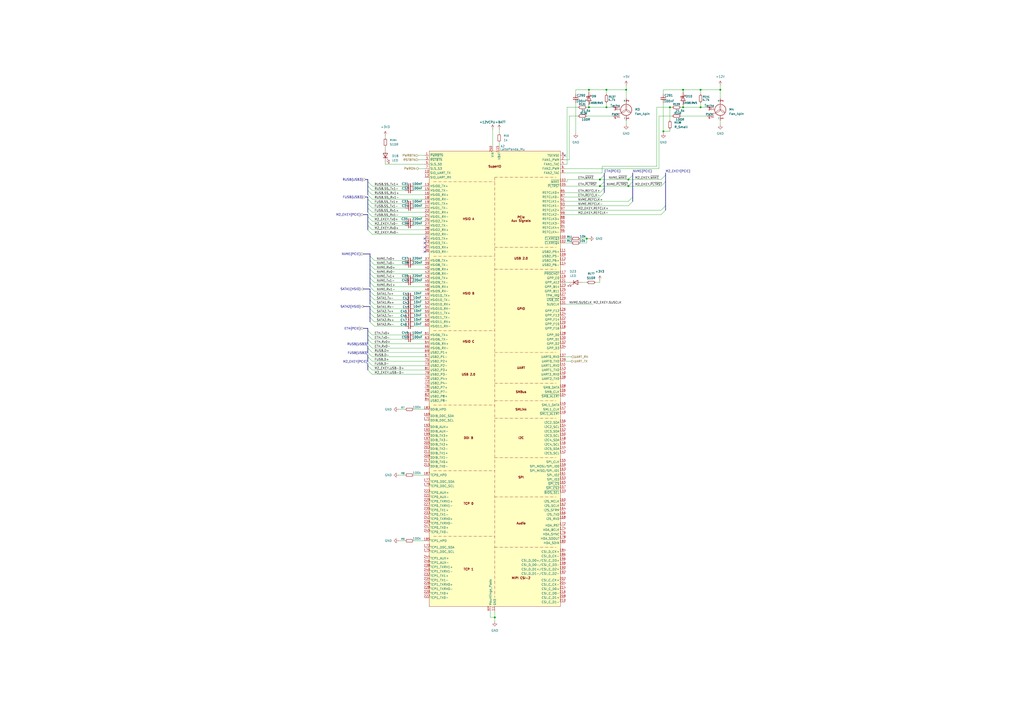
<source format=kicad_sch>
(kicad_sch (version 20250114) (generator "eeschema") (generator_version "9.0")
  (paper "A2")
  (junction (at 364.49 104.14))
  (junction (at 406.4 62.23))
  (junction (at 341.63 62.23))
  (junction (at 384.81 76.2))
  (junction (at 351.79 62.23))
  (junction (at 340.36 138.43))
  (junction (at 351.79 52.07))
  (junction (at 287.02 358.14))
  (junction (at 364.49 107.95))
  (junction (at 396.24 52.07))
  (junction (at 417.83 52.07))
  (junction (at 347.98 107.95))
  (junction (at 363.22 52.07))
  (junction (at 388.62 62.23))
  (junction (at 347.98 104.14))
  (junction (at 396.24 62.23))
  (junction (at 341.63 52.07))
  (junction (at 406.4 52.07))
  (no_connect (at 246.38 138.43))
  (no_connect (at 246.38 140.97))
  (no_connect (at 327.66 90.17))
  (no_connect (at 246.38 143.51))
  (no_connect (at 246.38 146.05))
  (bus_entry (at 213.36 125.73) (size 2.54 2.54))
  (bus_entry (at 350.52 101.6) (size -2.54 2.54))
  (bus_entry (at 213.36 212.09) (size 2.54 2.54))
  (bus_entry (at 386.08 121.92) (size -2.54 2.54))
  (bus_entry (at 213.36 209.55) (size 2.54 2.54))
  (bus_entry (at 214.63 166.37) (size 2.54 2.54))
  (bus_entry (at 350.52 111.76) (size -2.54 2.54))
  (bus_entry (at 213.36 113.03) (size 2.54 2.54))
  (bus_entry (at 213.36 194.31) (size 2.54 2.54))
  (bus_entry (at 213.36 123.19) (size 2.54 2.54))
  (bus_entry (at 214.63 168.91) (size 2.54 2.54))
  (bus_entry (at 214.63 176.53) (size 2.54 2.54))
  (bus_entry (at 213.36 201.93) (size 2.54 2.54))
  (bus_entry (at 214.63 173.99) (size 2.54 2.54))
  (bus_entry (at 214.63 163.83) (size 2.54 2.54))
  (bus_entry (at 213.36 105.41) (size 2.54 2.54))
  (bus_entry (at 214.63 171.45) (size 2.54 2.54))
  (bus_entry (at 367.03 101.6) (size -2.54 2.54))
  (bus_entry (at 214.63 158.75) (size 2.54 2.54))
  (bus_entry (at 214.63 153.67) (size 2.54 2.54))
  (bus_entry (at 214.63 156.21) (size 2.54 2.54))
  (bus_entry (at 213.36 120.65) (size 2.54 2.54))
  (bus_entry (at 213.36 133.35) (size 2.54 2.54))
  (bus_entry (at 350.52 109.22) (size -2.54 2.54))
  (bus_entry (at 214.63 151.13) (size 2.54 2.54))
  (bus_entry (at 367.03 116.84) (size -2.54 2.54))
  (bus_entry (at 213.36 191.77) (size 2.54 2.54))
  (bus_entry (at 214.63 179.07) (size 2.54 2.54))
  (bus_entry (at 213.36 110.49) (size 2.54 2.54))
  (bus_entry (at 214.63 186.69) (size 2.54 2.54))
  (bus_entry (at 214.63 148.59) (size 2.54 2.54))
  (bus_entry (at 386.08 105.41) (size -2.54 2.54))
  (bus_entry (at 214.63 181.61) (size 2.54 2.54))
  (bus_entry (at 367.03 114.3) (size -2.54 2.54))
  (bus_entry (at 213.36 130.81) (size 2.54 2.54))
  (bus_entry (at 367.03 105.41) (size -2.54 2.54))
  (bus_entry (at 213.36 214.63) (size 2.54 2.54))
  (bus_entry (at 350.52 105.41) (size -2.54 2.54))
  (bus_entry (at 386.08 119.38) (size -2.54 2.54))
  (bus_entry (at 213.36 204.47) (size 2.54 2.54))
  (bus_entry (at 214.63 161.29) (size 2.54 2.54))
  (bus_entry (at 386.08 101.6) (size -2.54 2.54))
  (bus_entry (at 213.36 128.27) (size 2.54 2.54))
  (bus_entry (at 213.36 118.11) (size 2.54 2.54))
  (bus_entry (at 213.36 115.57) (size 2.54 2.54))
  (bus_entry (at 213.36 207.01) (size 2.54 2.54))
  (bus_entry (at 213.36 199.39) (size 2.54 2.54))
  (bus_entry (at 213.36 196.85) (size 2.54 2.54))
  (bus_entry (at 213.36 107.95) (size 2.54 2.54))
  (bus_entry (at 214.63 184.15) (size 2.54 2.54))
  (wire (pts (xy 240.03 161.29) (xy 246.38 161.29)))
  (wire (pts (xy 327.66 121.92) (xy 383.54 121.92)))
  (wire (pts (xy 384.81 76.2) (xy 388.62 76.2)))
  (wire (pts (xy 382.27 97.79) (xy 382.27 67.31)))
  (wire (pts (xy 215.9 201.93) (xy 246.38 201.93)))
  (wire (pts (xy 240.03 313.69) (xy 246.38 313.69)))
  (wire (pts (xy 327.66 100.33) (xy 349.25 100.33)))
  (wire (pts (xy 231.14 237.49) (xy 234.95 237.49)))
  (wire (pts (xy 351.79 59.69) (xy 351.79 62.23)))
  (wire (pts (xy 240.03 173.99) (xy 246.38 173.99)))
  (wire (pts (xy 341.63 138.43) (xy 340.36 138.43)))
  (wire (pts (xy 240.03 130.81) (xy 246.38 130.81)))
  (wire (pts (xy 327.66 163.83) (xy 330.2 163.83)))
  (bus (pts (xy 213.36 200.66) (xy 213.36 201.93)))
  (bus (pts (xy 214.63 148.59) (xy 214.63 151.13)))
  (wire (pts (xy 215.9 217.17) (xy 246.38 217.17)))
  (bus (pts (xy 210.82 190.5) (xy 213.36 190.5)))
  (wire (pts (xy 328.93 104.14) (xy 328.93 105.41)))
  (wire (pts (xy 406.4 62.23) (xy 410.21 62.23)))
  (wire (pts (xy 327.66 114.3) (xy 347.98 114.3)))
  (bus (pts (xy 214.63 158.75) (xy 214.63 161.29)))
  (wire (pts (xy 327.66 124.46) (xy 383.54 124.46)))
  (bus (pts (xy 210.82 167.64) (xy 214.63 167.64)))
  (bus (pts (xy 210.82 124.46) (xy 213.36 124.46)))
  (wire (pts (xy 334.01 52.07) (xy 334.01 54.61)))
  (wire (pts (xy 240.03 176.53) (xy 246.38 176.53)))
  (wire (pts (xy 363.22 52.07) (xy 363.22 57.15)))
  (wire (pts (xy 240.03 189.23) (xy 246.38 189.23)))
  (wire (pts (xy 396.24 62.23) (xy 396.24 60.96)))
  (bus (pts (xy 214.63 167.64) (xy 214.63 168.91)))
  (wire (pts (xy 351.79 62.23) (xy 355.6 62.23)))
  (wire (pts (xy 242.57 97.79) (xy 246.38 97.79)))
  (wire (pts (xy 287.02 354.33) (xy 287.02 358.14)))
  (bus (pts (xy 213.36 128.27) (xy 213.36 130.81)))
  (wire (pts (xy 327.66 92.71) (xy 330.2 92.71)))
  (wire (pts (xy 217.17 151.13) (xy 234.95 151.13)))
  (wire (pts (xy 406.4 59.69) (xy 406.4 62.23)))
  (bus (pts (xy 213.36 105.41) (xy 213.36 107.95)))
  (wire (pts (xy 240.03 171.45) (xy 246.38 171.45)))
  (wire (pts (xy 388.62 74.93) (xy 388.62 76.2)))
  (wire (pts (xy 217.17 176.53) (xy 234.95 176.53)))
  (wire (pts (xy 394.97 62.23) (xy 396.24 62.23)))
  (wire (pts (xy 215.9 110.49) (xy 234.95 110.49)))
  (bus (pts (xy 386.08 101.6) (xy 386.08 105.41)))
  (bus (pts (xy 214.63 151.13) (xy 214.63 153.67)))
  (wire (pts (xy 217.17 168.91) (xy 246.38 168.91)))
  (wire (pts (xy 417.83 49.53) (xy 417.83 52.07)))
  (bus (pts (xy 213.36 104.14) (xy 213.36 105.41)))
  (wire (pts (xy 217.17 166.37) (xy 246.38 166.37)))
  (wire (pts (xy 327.66 111.76) (xy 347.98 111.76)))
  (bus (pts (xy 350.52 101.6) (xy 350.52 105.41)))
  (wire (pts (xy 347.98 104.14) (xy 364.49 104.14)))
  (wire (pts (xy 384.81 59.69) (xy 384.81 76.2)))
  (wire (pts (xy 223.52 78.74) (xy 223.52 80.01)))
  (wire (pts (xy 396.24 53.34) (xy 396.24 52.07)))
  (wire (pts (xy 364.49 104.14) (xy 383.54 104.14)))
  (wire (pts (xy 215.9 204.47) (xy 246.38 204.47)))
  (bus (pts (xy 213.36 125.73) (xy 213.36 128.27)))
  (wire (pts (xy 327.66 107.95) (xy 347.98 107.95)))
  (wire (pts (xy 240.03 196.85) (xy 246.38 196.85)))
  (bus (pts (xy 214.63 153.67) (xy 214.63 156.21)))
  (bus (pts (xy 210.82 177.8) (xy 214.63 177.8)))
  (wire (pts (xy 287.02 358.14) (xy 287.02 360.68)))
  (bus (pts (xy 213.36 190.5) (xy 213.36 191.77)))
  (wire (pts (xy 240.03 118.11) (xy 246.38 118.11)))
  (wire (pts (xy 240.03 237.49) (xy 246.38 237.49)))
  (bus (pts (xy 214.63 173.99) (xy 214.63 176.53)))
  (wire (pts (xy 231.14 313.69) (xy 234.95 313.69)))
  (wire (pts (xy 215.9 118.11) (xy 234.95 118.11)))
  (wire (pts (xy 341.63 62.23) (xy 341.63 60.96)))
  (bus (pts (xy 367.03 114.3) (xy 367.03 116.84)))
  (bus (pts (xy 213.36 115.57) (xy 213.36 118.11)))
  (bus (pts (xy 213.36 210.82) (xy 213.36 212.09)))
  (wire (pts (xy 336.55 140.97) (xy 340.36 140.97)))
  (bus (pts (xy 213.36 114.3) (xy 213.36 115.57)))
  (bus (pts (xy 367.03 100.33) (xy 367.03 101.6)))
  (wire (pts (xy 381 62.23) (xy 388.62 62.23)))
  (bus (pts (xy 213.36 107.95) (xy 213.36 110.49)))
  (wire (pts (xy 381 96.52) (xy 381 62.23)))
  (wire (pts (xy 327.66 207.01) (xy 331.47 207.01)))
  (wire (pts (xy 223.52 85.09) (xy 223.52 86.36)))
  (bus (pts (xy 213.36 196.85) (xy 213.36 199.39)))
  (wire (pts (xy 240.03 179.07) (xy 246.38 179.07)))
  (wire (pts (xy 240.03 110.49) (xy 246.38 110.49)))
  (wire (pts (xy 417.83 69.85) (xy 417.83 72.39)))
  (wire (pts (xy 284.48 358.14) (xy 287.02 358.14)))
  (wire (pts (xy 215.9 107.95) (xy 234.95 107.95)))
  (bus (pts (xy 214.63 184.15) (xy 214.63 186.69)))
  (wire (pts (xy 217.17 189.23) (xy 234.95 189.23)))
  (wire (pts (xy 327.66 105.41) (xy 328.93 105.41)))
  (bus (pts (xy 213.36 212.09) (xy 213.36 214.63)))
  (wire (pts (xy 327.66 119.38) (xy 364.49 119.38)))
  (wire (pts (xy 388.62 62.23) (xy 389.89 62.23)))
  (wire (pts (xy 215.9 212.09) (xy 246.38 212.09)))
  (wire (pts (xy 394.97 67.31) (xy 410.21 67.31)))
  (wire (pts (xy 217.17 173.99) (xy 234.95 173.99)))
  (bus (pts (xy 214.63 147.32) (xy 214.63 148.59)))
  (wire (pts (xy 327.66 138.43) (xy 331.47 138.43)))
  (wire (pts (xy 384.81 52.07) (xy 384.81 54.61)))
  (wire (pts (xy 217.17 179.07) (xy 234.95 179.07)))
  (wire (pts (xy 328.93 95.25) (xy 328.93 62.23)))
  (wire (pts (xy 351.79 62.23) (xy 341.63 62.23)))
  (wire (pts (xy 340.36 62.23) (xy 341.63 62.23)))
  (wire (pts (xy 215.9 123.19) (xy 246.38 123.19)))
  (bus (pts (xy 367.03 101.6) (xy 367.03 105.41)))
  (wire (pts (xy 349.25 100.33) (xy 349.25 96.52)))
  (wire (pts (xy 217.17 163.83) (xy 234.95 163.83)))
  (wire (pts (xy 215.9 135.89) (xy 246.38 135.89)))
  (bus (pts (xy 214.63 181.61) (xy 214.63 184.15)))
  (bus (pts (xy 214.63 161.29) (xy 214.63 163.83)))
  (wire (pts (xy 240.03 151.13) (xy 246.38 151.13)))
  (bus (pts (xy 350.52 100.33) (xy 350.52 101.6)))
  (wire (pts (xy 347.98 107.95) (xy 364.49 107.95)))
  (wire (pts (xy 337.82 163.83) (xy 340.36 163.83)))
  (wire (pts (xy 215.9 130.81) (xy 234.95 130.81)))
  (wire (pts (xy 349.25 96.52) (xy 381 96.52)))
  (bus (pts (xy 214.63 163.83) (xy 214.63 166.37)))
  (wire (pts (xy 330.2 92.71) (xy 330.2 67.31)))
  (wire (pts (xy 240.03 128.27) (xy 246.38 128.27)))
  (wire (pts (xy 215.9 128.27) (xy 234.95 128.27)))
  (wire (pts (xy 240.03 186.69) (xy 246.38 186.69)))
  (bus (pts (xy 386.08 105.41) (xy 386.08 119.38)))
  (bus (pts (xy 213.36 194.31) (xy 213.36 196.85)))
  (wire (pts (xy 215.9 113.03) (xy 246.38 113.03)))
  (wire (pts (xy 384.81 76.2) (xy 384.81 77.47)))
  (wire (pts (xy 215.9 209.55) (xy 246.38 209.55)))
  (wire (pts (xy 215.9 133.35) (xy 246.38 133.35)))
  (wire (pts (xy 336.55 138.43) (xy 340.36 138.43)))
  (bus (pts (xy 213.36 120.65) (xy 213.36 123.19)))
  (wire (pts (xy 341.63 52.07) (xy 334.01 52.07)))
  (wire (pts (xy 217.17 153.67) (xy 234.95 153.67)))
  (bus (pts (xy 212.09 114.3) (xy 213.36 114.3)))
  (wire (pts (xy 351.79 54.61) (xy 351.79 52.07)))
  (wire (pts (xy 217.17 161.29) (xy 234.95 161.29)))
  (bus (pts (xy 214.63 179.07) (xy 214.63 181.61)))
  (wire (pts (xy 364.49 107.95) (xy 383.54 107.95)))
  (wire (pts (xy 285.75 74.93) (xy 285.75 85.09)))
  (wire (pts (xy 217.17 171.45) (xy 234.95 171.45)))
  (wire (pts (xy 341.63 53.34) (xy 341.63 52.07)))
  (wire (pts (xy 240.03 181.61) (xy 246.38 181.61)))
  (wire (pts (xy 240.03 163.83) (xy 246.38 163.83)))
  (wire (pts (xy 396.24 52.07) (xy 384.81 52.07)))
  (wire (pts (xy 396.24 52.07) (xy 406.4 52.07)))
  (bus (pts (xy 367.03 105.41) (xy 367.03 114.3)))
  (wire (pts (xy 327.66 140.97) (xy 331.47 140.97)))
  (bus (pts (xy 213.36 201.93) (xy 213.36 204.47)))
  (bus (pts (xy 213.36 118.11) (xy 213.36 120.65)))
  (wire (pts (xy 240.03 194.31) (xy 246.38 194.31)))
  (wire (pts (xy 328.93 62.23) (xy 335.28 62.23)))
  (wire (pts (xy 217.17 158.75) (xy 246.38 158.75)))
  (wire (pts (xy 215.9 199.39) (xy 246.38 199.39)))
  (wire (pts (xy 240.03 184.15) (xy 246.38 184.15)))
  (wire (pts (xy 327.66 116.84) (xy 364.49 116.84)))
  (wire (pts (xy 217.17 156.21) (xy 246.38 156.21)))
  (wire (pts (xy 330.2 67.31) (xy 335.28 67.31)))
  (wire (pts (xy 215.9 194.31) (xy 234.95 194.31)))
  (bus (pts (xy 214.63 171.45) (xy 214.63 173.99)))
  (wire (pts (xy 240.03 107.95) (xy 246.38 107.95)))
  (bus (pts (xy 386.08 100.33) (xy 386.08 101.6)))
  (bus (pts (xy 214.63 156.21) (xy 214.63 158.75)))
  (bus (pts (xy 210.82 147.32) (xy 214.63 147.32)))
  (bus (pts (xy 213.36 205.74) (xy 213.36 207.01)))
  (wire (pts (xy 240.03 153.67) (xy 246.38 153.67)))
  (wire (pts (xy 340.36 67.31) (xy 355.6 67.31)))
  (bus (pts (xy 213.36 110.49) (xy 213.36 113.03)))
  (wire (pts (xy 406.4 54.61) (xy 406.4 52.07)))
  (wire (pts (xy 217.17 184.15) (xy 234.95 184.15)))
  (wire (pts (xy 406.4 52.07) (xy 417.83 52.07)))
  (wire (pts (xy 328.93 104.14) (xy 347.98 104.14)))
  (wire (pts (xy 215.9 125.73) (xy 246.38 125.73)))
  (bus (pts (xy 213.36 207.01) (xy 213.36 209.55)))
  (wire (pts (xy 231.14 275.59) (xy 234.95 275.59)))
  (bus (pts (xy 350.52 105.41) (xy 350.52 109.22)))
  (bus (pts (xy 214.63 168.91) (xy 214.63 171.45)))
  (wire (pts (xy 215.9 214.63) (xy 246.38 214.63)))
  (wire (pts (xy 289.56 74.93) (xy 289.56 77.47)))
  (bus (pts (xy 213.36 124.46) (xy 213.36 125.73)))
  (wire (pts (xy 215.9 196.85) (xy 234.95 196.85)))
  (wire (pts (xy 347.98 163.83) (xy 345.44 163.83)))
  (wire (pts (xy 242.57 92.71) (xy 246.38 92.71)))
  (wire (pts (xy 215.9 207.01) (xy 246.38 207.01)))
  (wire (pts (xy 347.98 162.56) (xy 347.98 163.83)))
  (wire (pts (xy 363.22 69.85) (xy 363.22 72.39)))
  (wire (pts (xy 327.66 209.55) (xy 331.47 209.55)))
  (wire (pts (xy 327.66 176.53) (xy 344.17 176.53)))
  (wire (pts (xy 217.17 186.69) (xy 234.95 186.69)))
  (bus (pts (xy 213.36 191.77) (xy 213.36 194.31)))
  (wire (pts (xy 327.66 97.79) (xy 382.27 97.79)))
  (bus (pts (xy 350.52 109.22) (xy 350.52 111.76)))
  (wire (pts (xy 242.57 90.17) (xy 246.38 90.17)))
  (bus (pts (xy 386.08 119.38) (xy 386.08 121.92)))
  (wire (pts (xy 223.52 95.25) (xy 246.38 95.25)))
  (bus (pts (xy 212.09 104.14) (xy 213.36 104.14)))
  (wire (pts (xy 284.48 354.33) (xy 284.48 358.14)))
  (bus (pts (xy 214.63 177.8) (xy 214.63 179.07)))
  (wire (pts (xy 289.56 82.55) (xy 289.56 85.09)))
  (wire (pts (xy 363.22 49.53) (xy 363.22 52.07)))
  (wire (pts (xy 340.36 140.97) (xy 340.36 138.43)))
  (wire (pts (xy 417.83 52.07) (xy 417.83 57.15)))
  (wire (pts (xy 240.03 275.59) (xy 246.38 275.59)))
  (wire (pts (xy 334.01 59.69) (xy 334.01 77.47)))
  (wire (pts (xy 327.66 95.25) (xy 328.93 95.25)))
  (bus (pts (xy 213.36 130.81) (xy 213.36 133.35)))
  (wire (pts (xy 217.17 181.61) (xy 234.95 181.61)))
  (wire (pts (xy 240.03 120.65) (xy 246.38 120.65)))
  (wire (pts (xy 215.9 120.65) (xy 234.95 120.65)))
  (wire (pts (xy 406.4 62.23) (xy 396.24 62.23)))
  (wire (pts (xy 351.79 52.07) (xy 363.22 52.07)))
  (wire (pts (xy 388.62 69.85) (xy 388.62 62.23)))
  (wire (pts (xy 382.27 67.31) (xy 389.89 67.31)))
  (wire (pts (xy 223.52 93.98) (xy 223.52 95.25)))
  (wire (pts (xy 215.9 115.57) (xy 246.38 115.57)))
  (wire (pts (xy 341.63 52.07) (xy 351.79 52.07)))
  (label "ETH.~{WAKE}" (at 335.28 104.14 0))
  (label "ETH.~{PLTRST}" (at 335.28 107.95 0))
  (label "NVME.Rx0+" (at 218.44 156.21 0))
  (label "ETH.REFCLK-" (at 335.28 114.3 0))
  (label "RUSB.SS_Tx1+" (at 217.17 107.95 0))
  (label "NVME.Tx0+" (at 218.44 151.13 0))
  (label "M2_EKEY.Tx0-" (at 217.17 130.81 0))
  (label "M2_EKEY.Tx0+" (at 217.17 128.27 0))
  (label "NVME.Rx0-" (at 218.44 158.75 0))
  (label "SATA2.Rx+" (at 218.44 186.69 0))
  (label "NVME.Rx1-" (at 218.44 168.91 0))
  (label "M2_EKEY{PCIE}" (at 213.36 210.82 180))
  (label "FUSB.D-" (at 217.17 212.09 0))
  (label "SATA2.Tx+" (at 218.44 181.61 0))
  (label "FUSB.SS_Tx1-" (at 217.17 120.65 0))
  (label "ETH.REFCLK+" (at 335.28 111.76 0))
  (label "ETH.Tx0-" (at 217.17 196.85 0))
  (label "NVME.~{WAKE}" (at 353.06 104.14 0))
  (label "NVME.Rx1+" (at 218.44 166.37 0))
  (label "FUSB{USB3}" (at 213.36 205.74 180))
  (label "ETH.Rx0-" (at 217.17 201.93 0))
  (label "NVME.SUSCLK" (at 330.2 176.53 0))
  (label "FUSB.SS_Rx1+" (at 217.17 123.19 0))
  (label "M2_EKEY.USB-D+" (at 217.17 214.63 0))
  (label "M2_EKEY.SUSCLK" (at 344.17 176.53 0))
  (label "SATA1.Rx-" (at 218.44 179.07 0))
  (label "ETH.Rx0+" (at 217.17 199.39 0))
  (label "ETH{PCIE}" (at 350.52 100.33 0))
  (label "ETH.Tx0+" (at 217.17 194.31 0))
  (label "RUSB.SS_Tx1-" (at 217.17 110.49 0))
  (label "M2_EKEY.Rx0-" (at 217.17 135.89 0))
  (label "M2_EKEY.USB-D-" (at 217.17 217.17 0))
  (label "FUSB.D+" (at 217.17 209.55 0))
  (label "NVME.~{PLTRST}" (at 351.79 107.95 0))
  (label "NVME{PCIE}" (at 367.03 100.33 0))
  (label "NVME.REFCLK-" (at 335.28 119.38 0))
  (label "NVME.Tx1-" (at 218.44 163.83 0))
  (label "SATA2.Tx-" (at 218.44 184.15 0))
  (label "M2_EKEY.REFCLK-" (at 335.28 124.46 0))
  (label "FUSB.SS_Tx1+" (at 217.17 118.11 0))
  (label "NVME.REFCLK+" (at 335.28 116.84 0))
  (label "FUSB.SS_Rx1-" (at 217.17 125.73 0))
  (label "SATA1.Tx+" (at 218.44 171.45 0))
  (label "SATA1.Tx-" (at 218.44 173.99 0))
  (label "NVME.Tx1+" (at 218.44 161.29 0))
  (label "RUSB.SS_Rx1-" (at 217.17 115.57 0))
  (label "RUSB.SS_Rx1+" (at 217.17 113.03 0))
  (label "M2_EKEY.~{PLTRST}" (at 368.3 107.95 0))
  (label "M2_EKEY.~{WAKE}" (at 368.3 104.14 0))
  (label "RUSB.D-" (at 217.17 207.01 0))
  (label "RUSB{USB3}" (at 213.36 200.66 180))
  (label "NVME.Tx0-" (at 218.44 153.67 0))
  (label "SATA1.Rx+" (at 218.44 176.53 0))
  (label "SATA2.Rx-" (at 218.44 189.23 0))
  (label "M2_EKEY{PCIE}" (at 386.08 100.33 0))
  (label "RUSB.D+" (at 217.17 204.47 0))
  (label "M2_EKEY.Rx0+" (at 217.17 133.35 0))
  (label "M2_EKEY.REFCLK+" (at 335.28 121.92 0))
  (hierarchical_label "ETH{PCIE}" (shape input) (at 210.82 190.5 180))
  (hierarchical_label "SATA2{HSIO}" (shape output) (at 210.82 177.8 180))
  (hierarchical_label "UART_RX" (shape input) (at 331.47 207.01 0))
  (hierarchical_label "RSTBTN" (shape input) (at 242.57 92.71 180))
  (hierarchical_label "FUSB{USB3}" (shape input) (at 212.09 114.3 180))
  (hierarchical_label "UART_TX" (shape output) (at 331.47 209.55 0))
  (hierarchical_label "PWRON" (shape output) (at 242.57 97.79 180))
  (hierarchical_label "M2_EKEY{PCIE}" (shape input) (at 210.82 124.46 180))
  (hierarchical_label "PWRBTN" (shape input) (at 242.57 90.17 180))
  (hierarchical_label "NVME{PCIE}" (shape input) (at 210.82 147.32 180))
  (hierarchical_label "SATA1{HSIO}" (shape output) (at 210.82 167.64 180))
  (hierarchical_label "RUSB{USB3}" (shape input) (at 212.09 104.14 180))
  (symbol (lib_id "Device:C_Small") (at 237.49 181.61 90) (unit 1)
    (property "Reference" "C45" (at 234.188 180.594 90))
    (property "Value" "10nF" (at 242.316 180.34 90))
    (property "Description" "Unpolarized capacitor, small symbol" (effects (hide yes)))
  )
  (symbol (lib_id "Device:C_Small") (at 237.49 163.83 90) (unit 1)
    (property "Reference" "C40" (at 234.95 162.56 90))
    (property "Value" "220nF" (at 242.062 162.56 90))
    (property "Description" "Unpolarized capacitor, small symbol" (effects (hide yes)))
  )
  (symbol (lib_id "Device:C_Small") (at 237.49 196.85 90) (unit 1)
    (property "Reference" "C50" (at 234.95 195.58 90))
    (property "Value" "100nF" (at 242.062 195.58 90))
    (property "Description" "Unpolarized capacitor, small symbol" (effects (hide yes)))
  )
  (symbol (lib_id "power:GND") (at 231.14 313.69 270) (unit 1)
    (property "Reference" "#PWR09" (effects (hide yes)))
    (property "Value" "GND" (at 227.33 313.6899 90) (effects (justify right)))
    (property "Description" "Power symbol creates a global label with name \"GND\" , ground" (effects (hide yes)))
  )
  (symbol (lib_id "Device:C_Small") (at 237.49 176.53 90) (unit 1)
    (property "Reference" "C43" (at 235.458 175.514 90))
    (property "Value" "10nF" (at 242.316 175.26 90))
    (property "Description" "Unpolarized capacitor, small symbol" (effects (hide yes)))
  )
  (symbol (lib_id "power:GND") (at 341.63 138.43 90) (unit 1)
    (property "Reference" "#PWR013" (effects (hide yes)))
    (property "Value" "GND" (at 345.44 138.4299 90) (effects (justify right)))
    (property "Description" "Power symbol creates a global label with name \"GND\" , ground" (effects (hide yes)))
  )
  (symbol (lib_id "Device:R_Small") (at 337.82 67.31 90) (unit 1)
    (property "Reference" "R136" (at 338.582 65.786 90) (effects (font (size 1.016 1.016))))
    (property "Value" "100R" (at 339.852 69.342 90))
    (property "Description" "Resistor, small symbol" (effects (hide yes)))
  )
  (symbol (lib_id "LattePanda-Mu:LattePanda_Mu") (at 287.02 219.71 0) (unit 1)
    (property "Reference" "A2" (at 290.322 84.836 0) (effects (justify left)))
    (property "Value" "LattePanda_Mu" (at 290.068 86.614 0) (effects (justify left)))
    (property "Footprint" "Module_LattePanda:LattePanda_Module_H8.0mm_Horizontal" (effects (hide yes)))
    (property "Description" "A micro computing module with x86 processer, RAM and eMMC." (effects (hide yes)))
  )
  (symbol (lib_id "power:GND") (at 417.83 72.39 0) (unit 1)
    (property "Reference" "#PWR0185" (effects (hide yes)))
    (property "Value" "GND" (at 417.83 77.47 0))
    (property "Description" "Power symbol creates a global label with name \"GND\" , ground" (effects (hide yes)))
  )
  (symbol (lib_id "Device:C_Small") (at 237.49 120.65 90) (unit 1)
    (property "Reference" "C34" (at 234.95 119.38 90))
    (property "Value" "100nF" (at 242.062 119.38 90))
    (property "Description" "Unpolarized capacitor, small symbol" (effects (hide yes)))
  )
  (symbol (lib_id "Device:LED") (at 223.52 90.17 90) (unit 1)
    (property "Reference" "D18" (at 227.33 90.4874 90) (effects (justify right)))
    (property "Value" "LED" (at 227.33 93.0274 90) (effects (justify right)))
    (property "Description" "Light emitting diode" (effects (hide yes)))
    (property "Sim.Pins" "1=K 2=A" (effects (hide yes)))
  )
  (symbol (lib_id "Device:R_Small") (at 342.9 163.83 90) (unit 1)
    (property "Reference" "R177" (at 342.9 158.75 90) (effects (font (size 1.016 1.016))))
    (property "Value" "510R" (at 342.9 161.29 90))
    (property "Description" "Resistor, small symbol" (effects (hide yes)))
  )
  (symbol (lib_id "Device:C_Small") (at 237.49 194.31 90) (unit 1)
    (property "Reference" "C49" (at 234.95 193.04 90))
    (property "Value" "100nF" (at 242.062 193.04 90))
    (property "Description" "Unpolarized capacitor, small symbol" (effects (hide yes)))
  )
  (symbol (lib_id "Device:C_Small") (at 237.49 128.27 90) (unit 1)
    (property "Reference" "C35" (at 234.696 127 90))
    (property "Value" "220nF" (at 242.062 127 90))
    (property "Description" "Unpolarized capacitor, small symbol" (effects (hide yes)))
  )
  (symbol (lib_id "Device:R_Small") (at 334.01 138.43 90) (unit 1)
    (property "Reference" "R11" (at 330.454 137.414 90) (effects (font (size 1.016 1.016))))
    (property "Value" "10k" (at 338.074 137.16 90))
    (property "Description" "Resistor, small symbol" (effects (hide yes)))
  )
  (symbol (lib_id "Device:C_Small") (at 237.49 189.23 90) (unit 1)
    (property "Reference" "C48" (at 234.188 188.214 90))
    (property "Value" "10nF" (at 242.316 187.96 90))
    (property "Description" "Unpolarized capacitor, small symbol" (effects (hide yes)))
  )
  (symbol (lib_id "power:+BATT") (at 289.56 74.93 0) (unit 1)
    (property "Reference" "#PWR012" (effects (hide yes)))
    (property "Value" "+BATT" (at 290.322 70.866 0))
    (property "Description" "Power symbol creates a global label with name \"+BATT\"" (effects (hide yes)))
  )
  (symbol (lib_id "Device:C_Small") (at 237.49 179.07 90) (unit 1)
    (property "Reference" "C44" (at 235.458 178.054 90))
    (property "Value" "10nF" (at 242.062 177.8 90))
    (property "Description" "Unpolarized capacitor, small symbol" (effects (hide yes)))
  )
  (symbol (lib_id "Device:C_Small") (at 237.49 173.99 90) (unit 1)
    (property "Reference" "C42" (at 235.458 172.974 90))
    (property "Value" "10nF" (at 242.062 172.72 90))
    (property "Description" "Unpolarized capacitor, small symbol" (effects (hide yes)))
  )
  (symbol (lib_id "custom:+12VCPU") (at 285.75 74.93 0) (unit 1)
    (property "Reference" "#PWR010" (effects (hide yes)))
    (property "Value" "+12VCPU" (at 282.702 70.866 0))
    (property "Description" "Power symbol creates a global label with name \"+12VCPU\"" (effects (hide yes)))
  )
  (symbol (lib_id "Device:C_Small") (at 384.81 57.15 0) (unit 1)
    (property "Reference" "C291" (at 385.318 55.372 0) (effects (justify left)))
    (property "Value" "100nF" (at 385.064 58.674 0) (effects (justify left)))
    (property "Description" "Unpolarized capacitor, small symbol" (effects (hide yes)))
  )
  (symbol (lib_id "power:GND") (at 231.14 237.49 270) (unit 1)
    (property "Reference" "#PWR07" (effects (hide yes)))
    (property "Value" "GND" (at 227.33 237.4899 90) (effects (justify right)))
    (property "Description" "Power symbol creates a global label with name \"GND\" , ground" (effects (hide yes)))
  )
  (symbol (lib_id "power:GND") (at 384.81 77.47 0) (unit 1)
    (property "Reference" "#PWR0183" (effects (hide yes)))
    (property "Value" "GND" (at 384.81 82.55 0))
    (property "Description" "Power symbol creates a global label with name \"GND\" , ground" (effects (hide yes)))
  )
  (symbol (lib_id "Device:D_Schottky") (at 341.63 57.15 270) (unit 1)
    (property "Reference" "D9" (at 343.154 55.88 90) (effects (justify left)))
    (property "Value" "1N5819WS" (at 341.63 59.69 90) (effects (font (size 1.016 1.016)) (justify left)))
    (property "Description" "Schottky diode" (effects (hide yes)))
  )
  (symbol (lib_id "Device:C_Small") (at 237.49 107.95 90) (unit 1)
    (property "Reference" "C31" (at 234.95 106.68 90))
    (property "Value" "100nF" (at 242.062 106.68 90))
    (property "Description" "Unpolarized capacitor, small symbol" (effects (hide yes)))
  )
  (symbol (lib_id "power:+12V") (at 417.83 49.53 0) (unit 1)
    (property "Reference" "#PWR0184" (effects (hide yes)))
    (property "Value" "+12V" (at 417.83 44.45 0))
    (property "Description" "Power symbol creates a global label with name \"+12V\"" (effects (hide yes)))
  )
  (symbol (lib_id "power:GND") (at 363.22 72.39 0) (unit 1)
    (property "Reference" "#PWR0182" (effects (hide yes)))
    (property "Value" "GND" (at 363.22 77.47 0))
    (property "Description" "Power symbol creates a global label with name \"GND\" , ground" (effects (hide yes)))
  )
  (symbol (lib_id "Motor:Fan_4pin") (at 417.83 64.77 0) (unit 1)
    (property "Reference" "M4" (at 422.91 63.4999 0) (effects (justify left)))
    (property "Value" "Fan_4pin" (at 422.91 66.0399 0) (effects (justify left)))
    (property "Datasheet" "http://www.formfactors.org/developer%5Cspecs%5Crev1_2_public.pdf" (effects (hide yes)))
    (property "Description" "Fan, tacho output, PWM input, 4-pin connector" (effects (hide yes)))
  )
  (symbol (lib_id "Device:R_Small") (at 337.82 62.23 90) (unit 1)
    (property "Reference" "R131" (at 337.82 60.452 90) (effects (font (size 1.016 1.016))))
    (property "Value" "21.5k" (at 339.852 64.262 90))
    (property "Description" "Resistor, small symbol" (effects (hide yes)))
  )
  (symbol (lib_id "Device:C_Small") (at 237.49 171.45 90) (unit 1)
    (property "Reference" "C41" (at 235.458 170.434 90))
    (property "Value" "10nF" (at 242.316 170.18 90))
    (property "Description" "Unpolarized capacitor, small symbol" (effects (hide yes)))
  )
  (symbol (lib_id "Device:C_Small") (at 237.49 130.81 90) (unit 1)
    (property "Reference" "C36" (at 234.95 129.54 90))
    (property "Value" "220nF" (at 242.062 129.54 90))
    (property "Description" "Unpolarized capacitor, small symbol" (effects (hide yes)))
  )
  (symbol (lib_id "Device:R_Small") (at 237.49 275.59 90) (unit 1)
    (property "Reference" "R8" (at 233.68 274.574 90) (effects (font (size 1.016 1.016))))
    (property "Value" "100k" (at 241.808 274.32 90))
    (property "Description" "Resistor, small symbol" (effects (hide yes)))
  )
  (symbol (lib_id "Motor:Fan_4pin") (at 363.22 64.77 0) (unit 1)
    (property "Reference" "M3" (at 368.3 63.4999 0) (effects (justify left)))
    (property "Value" "Fan_4pin" (at 368.3 66.0399 0) (effects (justify left)))
    (property "Datasheet" "http://www.formfactors.org/developer%5Cspecs%5Crev1_2_public.pdf" (effects (hide yes)))
    (property "Description" "Fan, tacho output, PWM input, 4-pin connector" (effects (hide yes)))
  )
  (symbol (lib_id "Device:D_Schottky") (at 396.24 57.15 270) (unit 1)
    (property "Reference" "D10" (at 397.764 55.88 90) (effects (justify left)))
    (property "Value" "1N5819WS" (at 396.24 59.69 90) (effects (font (size 1.016 1.016)) (justify left)))
    (property "Description" "Schottky diode" (effects (hide yes)))
  )
  (symbol (lib_id "Device:R_Small") (at 289.56 80.01 0) (unit 1)
    (property "Reference" "R10" (at 292.1 78.7399 0) (effects (font (size 1.016 1.016)) (justify left)))
    (property "Value" "1k" (at 292.1 81.2799 0) (effects (justify left)))
    (property "Description" "Resistor, small symbol" (effects (hide yes)))
  )
  (symbol (lib_id "Device:C_Small") (at 237.49 161.29 90) (unit 1)
    (property "Reference" "C39" (at 234.95 160.02 90))
    (property "Value" "220nF" (at 242.062 160.02 90))
    (property "Description" "Unpolarized capacitor, small symbol" (effects (hide yes)))
  )
  (symbol (lib_id "Device:R_Small") (at 237.49 237.49 90) (unit 1)
    (property "Reference" "R7" (at 233.68 236.474 90) (effects (font (size 1.016 1.016))))
    (property "Value" "100k" (at 241.808 236.22 90))
    (property "Description" "Resistor, small symbol" (effects (hide yes)))
  )
  (symbol (lib_id "Device:R_Small") (at 334.01 140.97 90) (unit 1)
    (property "Reference" "R12" (at 330.454 139.7 90) (effects (font (size 1.016 1.016))))
    (property "Value" "10k" (at 337.82 139.7 90))
    (property "Description" "Resistor, small symbol" (effects (hide yes)))
  )
  (symbol (lib_id "Device:R_Small") (at 237.49 313.69 90) (unit 1)
    (property "Reference" "R9" (at 233.68 312.674 90) (effects (font (size 1.016 1.016))))
    (property "Value" "100k" (at 241.808 312.42 90))
    (property "Description" "Resistor, small symbol" (effects (hide yes)))
  )
  (symbol (lib_id "Device:C_Small") (at 237.49 184.15 90) (unit 1)
    (property "Reference" "C46" (at 234.188 183.134 90))
    (property "Value" "10nF" (at 242.316 182.88 90))
    (property "Description" "Unpolarized capacitor, small symbol" (effects (hide yes)))
  )
  (symbol (lib_id "power:GND") (at 287.02 360.68 0) (unit 1)
    (property "Reference" "#PWR011" (effects (hide yes)))
    (property "Value" "GND" (at 287.02 365.76 0))
    (property "Description" "Power symbol creates a global label with name \"GND\" , ground" (effects (hide yes)))
  )
  (symbol (lib_id "power:+5V") (at 363.22 49.53 0) (unit 1)
    (property "Reference" "#PWR0181" (effects (hide yes)))
    (property "Value" "+5V" (at 363.22 44.45 0))
    (property "Description" "Power symbol creates a global label with name \"+5V\"" (effects (hide yes)))
  )
  (symbol (lib_id "power:+3V3") (at 223.52 78.74 0) (unit 1)
    (property "Reference" "#PWR0205" (effects (hide yes)))
    (property "Value" "+3V3" (at 223.52 73.66 0))
    (property "Description" "Power symbol creates a global label with name \"+3V3\"" (effects (hide yes)))
  )
  (symbol (lib_id "Device:C_Small") (at 334.01 57.15 0) (unit 1)
    (property "Reference" "C290" (at 334.518 55.372 0) (effects (justify left)))
    (property "Value" "100nF" (at 334.264 58.674 0) (effects (justify left)))
    (property "Description" "Unpolarized capacitor, small symbol" (effects (hide yes)))
  )
  (symbol (lib_id "Device:R_Small") (at 406.4 57.15 0) (unit 1)
    (property "Reference" "R141" (at 407.67 56.134 0) (effects (font (size 1.016 1.016)) (justify left)))
    (property "Value" "4.7k" (at 407.416 57.912 0) (effects (justify left)))
    (property "Description" "Resistor, small symbol" (effects (hide yes)))
  )
  (symbol (lib_id "Device:R_Small") (at 392.43 67.31 90) (unit 1)
    (property "Reference" "R140" (at 393.192 65.786 90) (effects (font (size 1.016 1.016))))
    (property "Value" "100R" (at 394.462 69.342 90))
    (property "Description" "Resistor, small symbol" (effects (hide yes)))
  )
  (symbol (lib_id "Device:C_Small") (at 237.49 151.13 90) (unit 1)
    (property "Reference" "C37" (at 234.95 149.86 90))
    (property "Value" "220nF" (at 242.062 149.86 90))
    (property "Description" "Unpolarized capacitor, small symbol" (effects (hide yes)))
  )
  (symbol (lib_id "power:+3V3") (at 347.98 162.56 0) (unit 1)
    (property "Reference" "#PWR0210" (effects (hide yes)))
    (property "Value" "+3V3" (at 347.98 157.48 0))
    (property "Description" "Power symbol creates a global label with name \"+3V3\"" (effects (hide yes)))
  )
  (symbol (lib_id "Device:R_Small") (at 388.62 72.39 0) (unit 1)
    (property "Reference" "R138" (at 391.16 71.1199 0) (effects (font (size 1.016 1.016)) (justify left)))
    (property "Value" "R_Small" (at 391.16 73.6599 0) (effects (justify left)))
    (property "Description" "Resistor, small symbol" (effects (hide yes)))
  )
  (symbol (lib_id "Device:R_Small") (at 392.43 62.23 90) (unit 1)
    (property "Reference" "R139" (at 392.43 60.452 90) (effects (font (size 1.016 1.016))))
    (property "Value" "21.5k" (at 394.462 64.262 90))
    (property "Description" "Resistor, small symbol" (effects (hide yes)))
  )
  (symbol (lib_id "Device:C_Small") (at 237.49 153.67 90) (unit 1)
    (property "Reference" "C38" (at 234.95 152.4 90))
    (property "Value" "220nF" (at 242.062 152.4 90))
    (property "Description" "Unpolarized capacitor, small symbol" (effects (hide yes)))
  )
  (symbol (lib_id "Device:R_Small") (at 223.52 82.55 0) (unit 1)
    (property "Reference" "R164" (at 226.06 81.2799 0) (effects (font (size 1.016 1.016)) (justify left)))
    (property "Value" "510R" (at 226.06 83.8199 0) (effects (justify left)))
    (property "Description" "Resistor, small symbol" (effects (hide yes)))
  )
  (symbol (lib_id "power:GND") (at 231.14 275.59 270) (unit 1)
    (property "Reference" "#PWR08" (effects (hide yes)))
    (property "Value" "GND" (at 227.33 275.5899 90) (effects (justify right)))
    (property "Description" "Power symbol creates a global label with name \"GND\" , ground" (effects (hide yes)))
  )
  (symbol (lib_id "Device:C_Small") (at 237.49 186.69 90) (unit 1)
    (property "Reference" "C47" (at 234.188 185.674 90))
    (property "Value" "10nF" (at 242.316 185.42 90))
    (property "Description" "Unpolarized capacitor, small symbol" (effects (hide yes)))
  )
  (symbol (lib_id "Device:C_Small") (at 237.49 118.11 90) (unit 1)
    (property "Reference" "C33" (at 234.95 116.84 90))
    (property "Value" "100nF" (at 242.062 116.84 90))
    (property "Description" "Unpolarized capacitor, small symbol" (effects (hide yes)))
  )
  (symbol (lib_id "Device:LED") (at 334.01 163.83 0) (unit 1)
    (property "Reference" "D23" (at 332.4225 157.48 0))
    (property "Value" "LED" (at 332.4225 160.02 0))
    (property "Description" "Light emitting diode" (effects (hide yes)))
    (property "Sim.Pins" "1=K 2=A" (effects (hide yes)))
  )
  (symbol (lib_id "Device:C_Small") (at 237.49 110.49 90) (unit 1)
    (property "Reference" "C32" (at 234.95 109.22 90))
    (property "Value" "100nF" (at 242.062 109.22 90))
    (property "Description" "Unpolarized capacitor, small symbol" (effects (hide yes)))
  )
  (symbol (lib_id "Device:R_Small") (at 351.79 57.15 0) (unit 1)
    (property "Reference" "R137" (at 353.06 56.134 0) (effects (font (size 1.016 1.016)) (justify left)))
    (property "Value" "4.7k" (at 352.806 57.912 0) (effects (justify left)))
    (property "Description" "Resistor, small symbol" (effects (hide yes)))
  )
  (symbol (lib_id "power:GND") (at 334.01 77.47 0) (unit 1)
    (property "Reference" "#PWR0180" (effects (hide yes)))
    (property "Value" "GND" (at 334.01 82.55 0))
    (property "Description" "Power symbol creates a global label with name \"GND\" , ground" (effects (hide yes)))
  )
)
</source>
